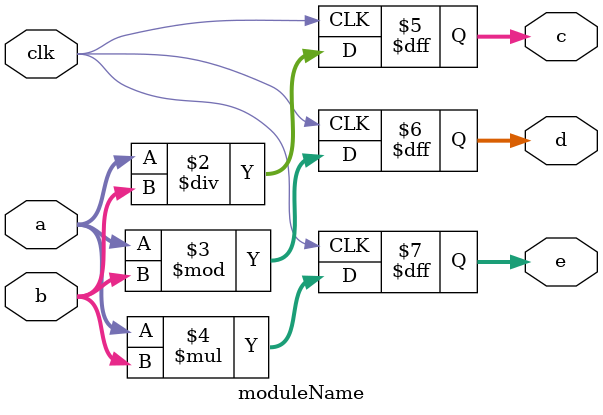
<source format=v>
module moduleName (clk, a, b, c, d, e);
    output [3:0] c,d;
    output [7:0] e;
    input [3:0] a,b;
    input clk;
    
    reg [3:0] c,d;
    reg [7:0] e;

    always @(posedge clk) begin
        c = a / b;
        d = a % b;
        e = a * b; 
    end
    
endmodule
</source>
